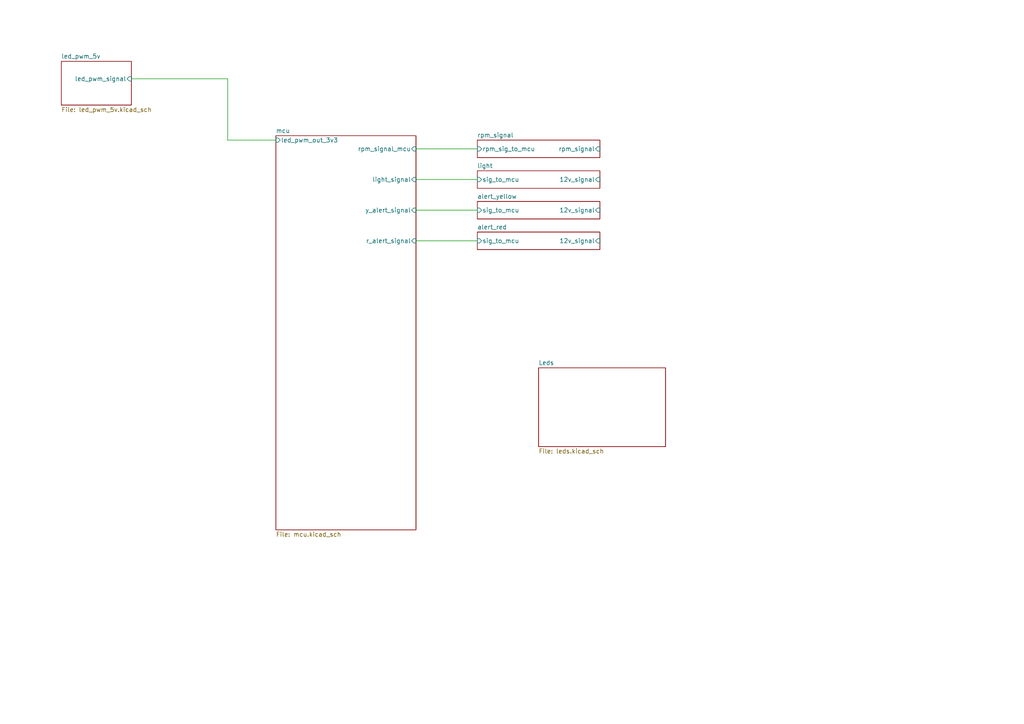
<source format=kicad_sch>
(kicad_sch
	(version 20231120)
	(generator "eeschema")
	(generator_version "8.0")
	(uuid "c95b12ac-441d-4f7a-bd6a-c2e5d81eb286")
	(paper "A4")
	(lib_symbols)
	(wire
		(pts
			(xy 120.65 69.85) (xy 138.43 69.85)
		)
		(stroke
			(width 0)
			(type default)
		)
		(uuid "0319ba95-d1b7-48c6-bacb-a76c5a0c1fee")
	)
	(wire
		(pts
			(xy 66.04 22.86) (xy 38.1 22.86)
		)
		(stroke
			(width 0)
			(type default)
		)
		(uuid "6036d2cd-825e-4569-9b96-c6cf1b107180")
	)
	(wire
		(pts
			(xy 120.65 60.96) (xy 138.43 60.96)
		)
		(stroke
			(width 0)
			(type default)
		)
		(uuid "c7f30fd7-41c6-42db-b3e9-888a0ae7e169")
	)
	(wire
		(pts
			(xy 66.04 40.64) (xy 66.04 22.86)
		)
		(stroke
			(width 0)
			(type default)
		)
		(uuid "d609211b-6acd-4601-b46b-ecbebe4c1b33")
	)
	(wire
		(pts
			(xy 120.65 43.18) (xy 138.43 43.18)
		)
		(stroke
			(width 0)
			(type default)
		)
		(uuid "e4e93ae5-5e7c-483a-bed5-bf97ae95f039")
	)
	(wire
		(pts
			(xy 120.65 52.07) (xy 138.43 52.07)
		)
		(stroke
			(width 0)
			(type default)
		)
		(uuid "f035a299-4a2e-4253-a820-092511fbf5d3")
	)
	(wire
		(pts
			(xy 80.01 40.64) (xy 66.04 40.64)
		)
		(stroke
			(width 0)
			(type default)
		)
		(uuid "f85ae807-bde8-4249-99b4-6b309422e76c")
	)
	(sheet
		(at 80.01 39.37)
		(size 40.64 114.3)
		(fields_autoplaced yes)
		(stroke
			(width 0.1524)
			(type solid)
		)
		(fill
			(color 0 0 0 0.0000)
		)
		(uuid "161f8ec5-4d3d-43af-b95a-56d7e596bfdd")
		(property "Sheetname" "mcu"
			(at 80.01 38.6584 0)
			(effects
				(font
					(size 1.27 1.27)
				)
				(justify left bottom)
			)
		)
		(property "Sheetfile" "mcu.kicad_sch"
			(at 80.01 154.2546 0)
			(effects
				(font
					(size 1.27 1.27)
				)
				(justify left top)
			)
		)
		(pin "led_pwm_out_3v3" input
			(at 80.01 40.64 180)
			(effects
				(font
					(size 1.27 1.27)
				)
				(justify left)
			)
			(uuid "c0de85d0-641a-4bd1-aa63-757c1ec914d9")
		)
		(pin "rpm_signal_mcu" input
			(at 120.65 43.18 0)
			(effects
				(font
					(size 1.27 1.27)
				)
				(justify right)
			)
			(uuid "57685d53-8ec6-48a9-b1f6-9bad5feb0a49")
		)
		(pin "r_alert_signal" input
			(at 120.65 69.85 0)
			(effects
				(font
					(size 1.27 1.27)
				)
				(justify right)
			)
			(uuid "6c1509fc-ae92-401f-8752-a692bfd66da1")
		)
		(pin "y_alert_signal" input
			(at 120.65 60.96 0)
			(effects
				(font
					(size 1.27 1.27)
				)
				(justify right)
			)
			(uuid "804a3c3b-c970-4197-b561-b85f3910e49f")
		)
		(pin "light_signal" input
			(at 120.65 52.07 0)
			(effects
				(font
					(size 1.27 1.27)
				)
				(justify right)
			)
			(uuid "2a2ea7c1-2d9b-4317-b4a0-77248ad48993")
		)
		(instances
			(project "rpm_meter"
				(path "/c95b12ac-441d-4f7a-bd6a-c2e5d81eb286"
					(page "13")
				)
			)
		)
	)
	(sheet
		(at 138.43 40.64)
		(size 35.56 5.08)
		(fields_autoplaced yes)
		(stroke
			(width 0.1524)
			(type solid)
		)
		(fill
			(color 0 0 0 0.0000)
		)
		(uuid "1c7c39d7-3340-4118-8650-04589ae38997")
		(property "Sheetname" "rpm_signal"
			(at 138.43 39.9284 0)
			(effects
				(font
					(size 1.27 1.27)
				)
				(justify left bottom)
			)
		)
		(property "Sheetfile" "rpm_signal.kicad_sch"
			(at 138.43 46.3046 0)
			(effects
				(font
					(size 1.27 1.27)
				)
				(justify left top)
				(hide yes)
			)
		)
		(pin "rpm_sig_to_mcu" input
			(at 138.43 43.18 180)
			(effects
				(font
					(size 1.27 1.27)
				)
				(justify left)
			)
			(uuid "3abf3a88-b212-426f-92a8-5512705c4f8a")
		)
		(pin "rpm_signal" input
			(at 173.99 43.18 0)
			(effects
				(font
					(size 1.27 1.27)
				)
				(justify right)
			)
			(uuid "afcc765f-a84c-47af-8589-ef71ec0d807b")
		)
		(instances
			(project "rpm_meter"
				(path "/c95b12ac-441d-4f7a-bd6a-c2e5d81eb286"
					(page "14")
				)
			)
		)
	)
	(sheet
		(at 138.43 67.31)
		(size 35.56 5.08)
		(fields_autoplaced yes)
		(stroke
			(width 0.1524)
			(type solid)
		)
		(fill
			(color 0 0 0 0.0000)
		)
		(uuid "2563f2c8-d1f9-4991-97e7-c11b72eb6ec3")
		(property "Sheetname" "alert_red"
			(at 138.43 66.5984 0)
			(effects
				(font
					(size 1.27 1.27)
				)
				(justify left bottom)
			)
		)
		(property "Sheetfile" "input_module.kicad_sch"
			(at 138.43 72.9746 0)
			(effects
				(font
					(size 1.27 1.27)
				)
				(justify left top)
				(hide yes)
			)
		)
		(pin "12v_signal" input
			(at 173.99 69.85 0)
			(effects
				(font
					(size 1.27 1.27)
				)
				(justify right)
			)
			(uuid "fba6bade-4fdb-45d9-81d5-7c46e1524b6a")
		)
		(pin "sig_to_mcu" input
			(at 138.43 69.85 180)
			(effects
				(font
					(size 1.27 1.27)
				)
				(justify left)
			)
			(uuid "f6736790-6b2b-4c08-954e-ce6e6f0be2f1")
		)
		(instances
			(project "rpm_meter"
				(path "/c95b12ac-441d-4f7a-bd6a-c2e5d81eb286"
					(page "16")
				)
			)
		)
	)
	(sheet
		(at 138.43 49.53)
		(size 35.56 5.08)
		(fields_autoplaced yes)
		(stroke
			(width 0.1524)
			(type solid)
		)
		(fill
			(color 0 0 0 0.0000)
		)
		(uuid "41ec054d-6f5c-4456-b87f-9b936beab2b8")
		(property "Sheetname" "light"
			(at 138.43 48.8184 0)
			(effects
				(font
					(size 1.27 1.27)
				)
				(justify left bottom)
			)
		)
		(property "Sheetfile" "input_module.kicad_sch"
			(at 138.43 55.1946 0)
			(effects
				(font
					(size 1.27 1.27)
				)
				(justify left top)
				(hide yes)
			)
		)
		(pin "12v_signal" input
			(at 173.99 52.07 0)
			(effects
				(font
					(size 1.27 1.27)
				)
				(justify right)
			)
			(uuid "ae2c84c2-0d2f-484e-b3c4-ad95c39d8c04")
		)
		(pin "sig_to_mcu" input
			(at 138.43 52.07 180)
			(effects
				(font
					(size 1.27 1.27)
				)
				(justify left)
			)
			(uuid "d22cc4b8-6cd4-4a53-a863-128de1cf98ce")
		)
		(instances
			(project "rpm_meter"
				(path "/c95b12ac-441d-4f7a-bd6a-c2e5d81eb286"
					(page "15")
				)
			)
		)
	)
	(sheet
		(at 156.21 106.68)
		(size 36.83 22.86)
		(fields_autoplaced yes)
		(stroke
			(width 0.1524)
			(type solid)
		)
		(fill
			(color 0 0 0 0.0000)
		)
		(uuid "45a986c6-70d0-42c7-9293-21dd4ecec7b9")
		(property "Sheetname" "Leds"
			(at 156.21 105.9684 0)
			(effects
				(font
					(size 1.27 1.27)
				)
				(justify left bottom)
			)
		)
		(property "Sheetfile" "leds.kicad_sch"
			(at 156.21 130.1246 0)
			(effects
				(font
					(size 1.27 1.27)
				)
				(justify left top)
			)
		)
		(instances
			(project "rpm_meter"
				(path "/c95b12ac-441d-4f7a-bd6a-c2e5d81eb286"
					(page "18")
				)
			)
		)
	)
	(sheet
		(at 17.78 17.78)
		(size 20.32 12.7)
		(fields_autoplaced yes)
		(stroke
			(width 0.1524)
			(type solid)
		)
		(fill
			(color 0 0 0 0.0000)
		)
		(uuid "78a0b38c-312f-4578-a70f-0ba40d57e033")
		(property "Sheetname" "led_pwm_5v"
			(at 17.78 17.0684 0)
			(effects
				(font
					(size 1.27 1.27)
				)
				(justify left bottom)
			)
		)
		(property "Sheetfile" "led_pwm_5v.kicad_sch"
			(at 17.78 31.0646 0)
			(effects
				(font
					(size 1.27 1.27)
				)
				(justify left top)
			)
		)
		(pin "led_pwm_signal" input
			(at 38.1 22.86 0)
			(effects
				(font
					(size 1.27 1.27)
				)
				(justify right)
			)
			(uuid "0a0f58fb-aa6f-46da-9438-2a9e22de4b9e")
		)
		(instances
			(project "rpm_meter"
				(path "/c95b12ac-441d-4f7a-bd6a-c2e5d81eb286"
					(page "13")
				)
			)
		)
	)
	(sheet
		(at 138.43 58.42)
		(size 35.56 5.08)
		(fields_autoplaced yes)
		(stroke
			(width 0.1524)
			(type solid)
		)
		(fill
			(color 0 0 0 0.0000)
		)
		(uuid "f7ae4add-1bef-4b23-859a-4f886293d285")
		(property "Sheetname" "alert_yellow"
			(at 138.43 57.7084 0)
			(effects
				(font
					(size 1.27 1.27)
				)
				(justify left bottom)
			)
		)
		(property "Sheetfile" "input_module.kicad_sch"
			(at 138.43 64.0846 0)
			(effects
				(font
					(size 1.27 1.27)
				)
				(justify left top)
				(hide yes)
			)
		)
		(pin "12v_signal" input
			(at 173.99 60.96 0)
			(effects
				(font
					(size 1.27 1.27)
				)
				(justify right)
			)
			(uuid "aa34d5e3-aec0-4ef4-9510-cb2d751d8369")
		)
		(pin "sig_to_mcu" input
			(at 138.43 60.96 180)
			(effects
				(font
					(size 1.27 1.27)
				)
				(justify left)
			)
			(uuid "1beff554-0572-43be-94a6-07b5b2787ec7")
		)
		(instances
			(project "rpm_meter"
				(path "/c95b12ac-441d-4f7a-bd6a-c2e5d81eb286"
					(page "2")
				)
			)
		)
	)
	(sheet_instances
		(path "/"
			(page "1")
		)
	)
)

</source>
